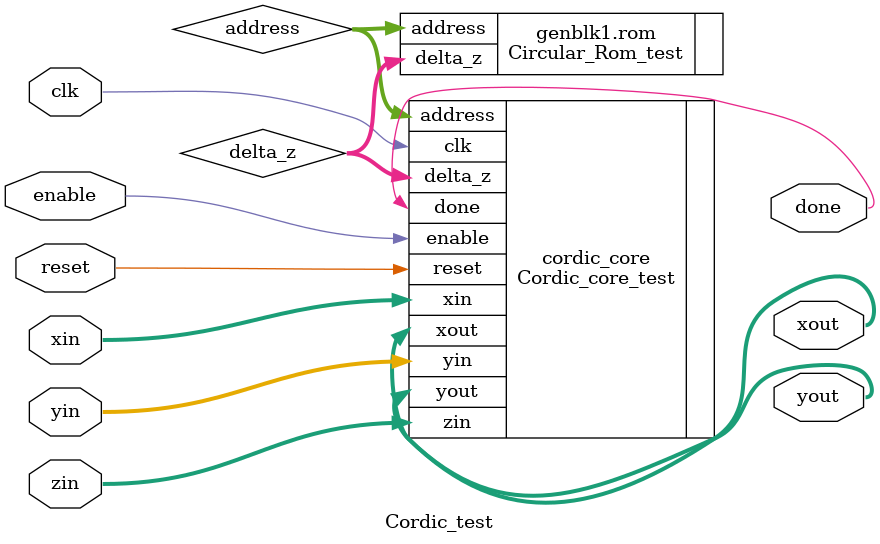
<source format=v>
module Cordic_test #(parameter data_width = 16, address_width = 4, scaling_factor = 15'b100000000000000, mode = 1)(
	input  clk, reset, enable,
	input  signed [data_width-1:0] xin, yin, zin,
	output done,
	output signed [data_width-1:0] xout, yout
);

	wire [address_width-1:0] address;
	wire [data_width-1:0] delta_z;

	Cordic_core_test #(.data_width(data_width),.address_width(address_width),.mode(mode),.scaling_factor(scaling_factor)) cordic_core
	(
		.clk(clk),
		.reset(reset),
		.enable(enable),
		.xin(xin),
		.yin(yin),
		.zin(zin), 
		.delta_z(delta_z),
		.address(address),
		.xout(xout),
		.yout(yout),
		.done(done)
	);

	
	generate
		case(mode)
			1:
				Circular_Rom_test #(.data_width(data_width), .address_width(address_width)) rom(
					.address(address),
					.delta_z(delta_z)
				);
			-1:
				Hyperbolic_Rom_test #(.data_width(data_width), .address_width(address_width)) rom(
					.address(address),
					.delta_z(delta_z)
				);
			0:
				Linear_Rom_test #(.data_width(data_width), .address_width(address_width)) rom(
					.address(address),
					.delta_z(delta_z)
				);
		endcase
	endgenerate
	

endmodule


</source>
